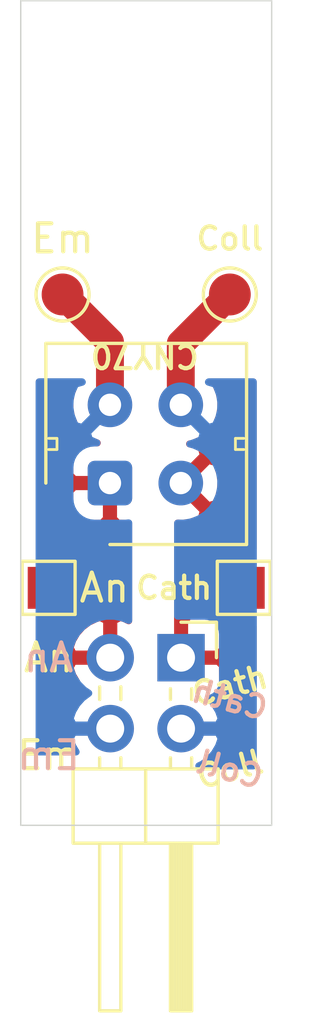
<source format=kicad_pcb>
(kicad_pcb (version 20171130) (host pcbnew "(5.1.7)-1")

  (general
    (thickness 1.6)
    (drawings 16)
    (tracks 4)
    (zones 0)
    (modules 7)
    (nets 5)
  )

  (page A4)
  (layers
    (0 F.Cu signal)
    (31 B.Cu signal)
    (32 B.Adhes user)
    (33 F.Adhes user)
    (34 B.Paste user)
    (35 F.Paste user)
    (36 B.SilkS user)
    (37 F.SilkS user)
    (38 B.Mask user)
    (39 F.Mask user)
    (40 Dwgs.User user)
    (41 Cmts.User user)
    (42 Eco1.User user)
    (43 Eco2.User user)
    (44 Edge.Cuts user)
    (45 Margin user)
    (46 B.CrtYd user)
    (47 F.CrtYd user)
    (48 B.Fab user hide)
    (49 F.Fab user hide)
  )

  (setup
    (last_trace_width 1)
    (user_trace_width 1)
    (trace_clearance 0.2)
    (zone_clearance 0.508)
    (zone_45_only no)
    (trace_min 0.2)
    (via_size 0.8)
    (via_drill 0.4)
    (via_min_size 0.4)
    (via_min_drill 0.3)
    (uvia_size 0.3)
    (uvia_drill 0.1)
    (uvias_allowed no)
    (uvia_min_size 0.2)
    (uvia_min_drill 0.1)
    (edge_width 0.05)
    (segment_width 0.2)
    (pcb_text_width 0.3)
    (pcb_text_size 1.5 1.5)
    (mod_edge_width 0.12)
    (mod_text_size 1 1)
    (mod_text_width 0.15)
    (pad_size 1.524 1.524)
    (pad_drill 0.762)
    (pad_to_mask_clearance 0)
    (aux_axis_origin 0 0)
    (visible_elements 7FFFFFFF)
    (pcbplotparams
      (layerselection 0x010fc_ffffffff)
      (usegerberextensions false)
      (usegerberattributes true)
      (usegerberadvancedattributes true)
      (creategerberjobfile true)
      (excludeedgelayer true)
      (linewidth 0.100000)
      (plotframeref false)
      (viasonmask false)
      (mode 1)
      (useauxorigin false)
      (hpglpennumber 1)
      (hpglpenspeed 20)
      (hpglpendiameter 15.000000)
      (psnegative false)
      (psa4output false)
      (plotreference true)
      (plotvalue true)
      (plotinvisibletext false)
      (padsonsilk false)
      (subtractmaskfromsilk false)
      (outputformat 1)
      (mirror false)
      (drillshape 1)
      (scaleselection 1)
      (outputdirectory ""))
  )

  (net 0 "")
  (net 1 /Emitter)
  (net 2 /Anode)
  (net 3 /Collector)
  (net 4 /Cathode)

  (net_class Default "This is the default net class."
    (clearance 0.2)
    (trace_width 0.25)
    (via_dia 0.8)
    (via_drill 0.4)
    (uvia_dia 0.3)
    (uvia_drill 0.1)
    (add_net /Anode)
    (add_net /Cathode)
    (add_net /Collector)
    (add_net /Emitter)
  )

  (module TestPoint:TestPoint_Pad_1.5x1.5mm (layer F.Cu) (tedit 5FDF8FAF) (tstamp 5FDF8D9C)
    (at 153.5 91.5 270)
    (descr "SMD rectangular pad as test Point, square 1.5mm side length")
    (tags "test point SMD pad rectangle square")
    (path /5F9F308A)
    (attr virtual)
    (fp_text reference Cath1 (at -0.755 -3.429 270) (layer F.SilkS) hide
      (effects (font (size 1 1) (thickness 0.15)))
    )
    (fp_text value TestPoint (at 0 1.75 270) (layer F.Fab)
      (effects (font (size 1 1) (thickness 0.15)))
    )
    (fp_line (start -0.95 -0.95) (end 0.95 -0.95) (layer F.SilkS) (width 0.12))
    (fp_line (start 0.95 -0.95) (end 0.95 0.95) (layer F.SilkS) (width 0.12))
    (fp_line (start 0.95 0.95) (end -0.95 0.95) (layer F.SilkS) (width 0.12))
    (fp_line (start -0.95 0.95) (end -0.95 -0.95) (layer F.SilkS) (width 0.12))
    (fp_text user %R (at 0 -1.65 270) (layer F.Fab)
      (effects (font (size 1 1) (thickness 0.15)))
    )
    (pad 1 smd rect (at 0 0 270) (size 1.5 1.5) (layers F.Cu F.Mask)
      (net 4 /Cathode))
  )

  (module TestPoint:TestPoint_Pad_1.5x1.5mm (layer F.Cu) (tedit 5FDF8F8A) (tstamp 5FDF8D8F)
    (at 146.5 91.5)
    (descr "SMD rectangular pad as test Point, square 1.5mm side length")
    (tags "test point SMD pad rectangle square")
    (path /5F9F39CC)
    (attr virtual)
    (fp_text reference An1 (at -3.683 -0.755) (layer F.SilkS) hide
      (effects (font (size 1 1) (thickness 0.15)))
    )
    (fp_text value TestPoint (at 0 1.75) (layer F.Fab)
      (effects (font (size 1 1) (thickness 0.15)))
    )
    (fp_line (start -0.95 0.95) (end -0.95 -0.95) (layer F.SilkS) (width 0.12))
    (fp_line (start 0.95 0.95) (end -0.95 0.95) (layer F.SilkS) (width 0.12))
    (fp_line (start 0.95 -0.95) (end 0.95 0.95) (layer F.SilkS) (width 0.12))
    (fp_line (start -0.95 -0.95) (end 0.95 -0.95) (layer F.SilkS) (width 0.12))
    (fp_text user %R (at 0 -1.65) (layer F.Fab)
      (effects (font (size 1 1) (thickness 0.15)))
    )
    (pad 1 smd rect (at 0 0) (size 1.5 1.5) (layers F.Cu F.Mask)
      (net 2 /Anode))
  )

  (module OptoDevice:Vishay_CNY70 (layer F.Cu) (tedit 5FDF8E10) (tstamp 5F9E5A3D)
    (at 148.7 87.75 90)
    (descr "package for Vishay CNY70 refective photo coupler/interrupter")
    (tags "Vishay CNY70 refective photo coupler")
    (path /5F9E5915)
    (fp_text reference U1 (at -0.043 -6.455 90) (layer F.SilkS) hide
      (effects (font (size 1 1) (thickness 0.15)))
    )
    (fp_text value CNY70 (at 1.4 5.8 90) (layer F.Fab)
      (effects (font (size 1 1) (thickness 0.15)))
    )
    (fp_line (start 5.15 5.05) (end -2.35 5.05) (layer F.CrtYd) (width 0.05))
    (fp_line (start 5.15 5.05) (end 5.15 -2.45) (layer F.CrtYd) (width 0.05))
    (fp_line (start -2.35 -2.45) (end -2.35 5.05) (layer F.CrtYd) (width 0.05))
    (fp_line (start -2.35 -2.45) (end 5.15 -2.45) (layer F.CrtYd) (width 0.05))
    (fp_line (start -1.1 -2.2) (end 4.9 -2.2) (layer F.Fab) (width 0.1))
    (fp_line (start 4.9 -2.2) (end 4.9 4.8) (layer F.Fab) (width 0.1))
    (fp_line (start 4.9 4.8) (end -2.1 4.8) (layer F.Fab) (width 0.1))
    (fp_line (start -2.1 4.8) (end -2.1 -1.2) (layer F.Fab) (width 0.1))
    (fp_line (start -2.1 -1.2) (end -1.1 -2.2) (layer F.Fab) (width 0.1))
    (fp_line (start 1.2 -2.2) (end 1.2 -1.9) (layer F.SilkS) (width 0.1))
    (fp_line (start 1.2 -1.9) (end 1.6 -1.9) (layer F.SilkS) (width 0.1))
    (fp_line (start 1.6 -1.9) (end 1.6 -2.2) (layer F.SilkS) (width 0.1))
    (fp_line (start 1.6 4.8) (end 1.6 4.5) (layer F.SilkS) (width 0.1))
    (fp_line (start 1.6 4.5) (end 1.2 4.5) (layer F.SilkS) (width 0.1))
    (fp_line (start 1.2 4.5) (end 1.2 4.8) (layer F.SilkS) (width 0.1))
    (fp_line (start 3.9 3.9) (end 3.9 -1.2) (layer F.Fab) (width 0.1))
    (fp_line (start 3.9 -1.2) (end -1.1 -1.2) (layer F.Fab) (width 0.1))
    (fp_line (start -1.1 -1.2) (end -1.1 3.9) (layer F.Fab) (width 0.1))
    (fp_line (start -1.1 3.9) (end 3.9 3.9) (layer F.Fab) (width 0.1))
    (fp_line (start 5 -2.3) (end 0 -2.3) (layer F.SilkS) (width 0.12))
    (fp_line (start -2.2 0) (end -2.2 4.9) (layer F.SilkS) (width 0.12))
    (fp_line (start -2.2 4.9) (end 5 4.9) (layer F.SilkS) (width 0.12))
    (fp_line (start 5 4.9) (end 5 -2.3) (layer F.SilkS) (width 0.12))
    (fp_text user %R (at 1.5 1.4 90) (layer F.Fab)
      (effects (font (size 1 1) (thickness 0.15)))
    )
    (fp_text user CNY70 (at 4.55 1.25 180 unlocked) (layer F.SilkS)
      (effects (font (size 0.8 0.8) (thickness 0.153)))
    )
    (pad 1 thru_hole roundrect (at 0 0 90) (size 1.6 1.6) (drill 0.8) (layers *.Cu *.Mask) (roundrect_rratio 0.156)
      (net 2 /Anode))
    (pad 2 thru_hole circle (at 0 2.54 90) (size 1.6 1.6) (drill 0.8) (layers *.Cu *.Mask)
      (net 4 /Cathode))
    (pad 3 thru_hole circle (at 2.8 2.54 90) (size 1.6 1.6) (drill 0.8) (layers *.Cu *.Mask)
      (net 3 /Collector))
    (pad 4 thru_hole circle (at 2.8 0 90) (size 1.6 1.6) (drill 0.8) (layers *.Cu *.Mask)
      (net 1 /Emitter))
    (model ${KISYS3DMOD}/OptoDevice.3dshapes/Vishay_CNY70.wrl
      (at (xyz 0 0 0))
      (scale (xyz 1 1 1))
      (rotate (xyz 0 0 0))
    )
  )

  (module Pin_Headers:Pin_Header_Angled_2x02_Pitch2.54mm (layer F.Cu) (tedit 59650532) (tstamp 5F9E5F8F)
    (at 151.25 94 270)
    (descr "Through hole angled pin header, 2x02, 2.54mm pitch, 6mm pin length, double rows")
    (tags "Through hole angled pin header THT 2x02 2.54mm double row")
    (path /5F9E9C7E)
    (fp_text reference J1 (at 3.345 -6.21 180) (layer F.SilkS) hide
      (effects (font (size 1 1) (thickness 0.15)))
    )
    (fp_text value Conn_02x02_Odd_Even (at 5.655 4.81 90) (layer F.Fab)
      (effects (font (size 1 1) (thickness 0.15)))
    )
    (fp_line (start 13.1 -1.8) (end -1.8 -1.8) (layer F.CrtYd) (width 0.05))
    (fp_line (start 13.1 4.35) (end 13.1 -1.8) (layer F.CrtYd) (width 0.05))
    (fp_line (start -1.8 4.35) (end 13.1 4.35) (layer F.CrtYd) (width 0.05))
    (fp_line (start -1.8 -1.8) (end -1.8 4.35) (layer F.CrtYd) (width 0.05))
    (fp_line (start -1.27 -1.27) (end 0 -1.27) (layer F.SilkS) (width 0.12))
    (fp_line (start -1.27 0) (end -1.27 -1.27) (layer F.SilkS) (width 0.12))
    (fp_line (start 1.042929 2.92) (end 1.497071 2.92) (layer F.SilkS) (width 0.12))
    (fp_line (start 1.042929 2.16) (end 1.497071 2.16) (layer F.SilkS) (width 0.12))
    (fp_line (start 3.582929 2.92) (end 3.98 2.92) (layer F.SilkS) (width 0.12))
    (fp_line (start 3.582929 2.16) (end 3.98 2.16) (layer F.SilkS) (width 0.12))
    (fp_line (start 12.64 2.92) (end 6.64 2.92) (layer F.SilkS) (width 0.12))
    (fp_line (start 12.64 2.16) (end 12.64 2.92) (layer F.SilkS) (width 0.12))
    (fp_line (start 6.64 2.16) (end 12.64 2.16) (layer F.SilkS) (width 0.12))
    (fp_line (start 3.98 1.27) (end 6.64 1.27) (layer F.SilkS) (width 0.12))
    (fp_line (start 1.11 0.38) (end 1.497071 0.38) (layer F.SilkS) (width 0.12))
    (fp_line (start 1.11 -0.38) (end 1.497071 -0.38) (layer F.SilkS) (width 0.12))
    (fp_line (start 3.582929 0.38) (end 3.98 0.38) (layer F.SilkS) (width 0.12))
    (fp_line (start 3.582929 -0.38) (end 3.98 -0.38) (layer F.SilkS) (width 0.12))
    (fp_line (start 6.64 0.28) (end 12.64 0.28) (layer F.SilkS) (width 0.12))
    (fp_line (start 6.64 0.16) (end 12.64 0.16) (layer F.SilkS) (width 0.12))
    (fp_line (start 6.64 0.04) (end 12.64 0.04) (layer F.SilkS) (width 0.12))
    (fp_line (start 6.64 -0.08) (end 12.64 -0.08) (layer F.SilkS) (width 0.12))
    (fp_line (start 6.64 -0.2) (end 12.64 -0.2) (layer F.SilkS) (width 0.12))
    (fp_line (start 6.64 -0.32) (end 12.64 -0.32) (layer F.SilkS) (width 0.12))
    (fp_line (start 12.64 0.38) (end 6.64 0.38) (layer F.SilkS) (width 0.12))
    (fp_line (start 12.64 -0.38) (end 12.64 0.38) (layer F.SilkS) (width 0.12))
    (fp_line (start 6.64 -0.38) (end 12.64 -0.38) (layer F.SilkS) (width 0.12))
    (fp_line (start 6.64 -1.33) (end 3.98 -1.33) (layer F.SilkS) (width 0.12))
    (fp_line (start 6.64 3.87) (end 6.64 -1.33) (layer F.SilkS) (width 0.12))
    (fp_line (start 3.98 3.87) (end 6.64 3.87) (layer F.SilkS) (width 0.12))
    (fp_line (start 3.98 -1.33) (end 3.98 3.87) (layer F.SilkS) (width 0.12))
    (fp_line (start 6.58 2.86) (end 12.58 2.86) (layer F.Fab) (width 0.1))
    (fp_line (start 12.58 2.22) (end 12.58 2.86) (layer F.Fab) (width 0.1))
    (fp_line (start 6.58 2.22) (end 12.58 2.22) (layer F.Fab) (width 0.1))
    (fp_line (start -0.32 2.86) (end 4.04 2.86) (layer F.Fab) (width 0.1))
    (fp_line (start -0.32 2.22) (end -0.32 2.86) (layer F.Fab) (width 0.1))
    (fp_line (start -0.32 2.22) (end 4.04 2.22) (layer F.Fab) (width 0.1))
    (fp_line (start 6.58 0.32) (end 12.58 0.32) (layer F.Fab) (width 0.1))
    (fp_line (start 12.58 -0.32) (end 12.58 0.32) (layer F.Fab) (width 0.1))
    (fp_line (start 6.58 -0.32) (end 12.58 -0.32) (layer F.Fab) (width 0.1))
    (fp_line (start -0.32 0.32) (end 4.04 0.32) (layer F.Fab) (width 0.1))
    (fp_line (start -0.32 -0.32) (end -0.32 0.32) (layer F.Fab) (width 0.1))
    (fp_line (start -0.32 -0.32) (end 4.04 -0.32) (layer F.Fab) (width 0.1))
    (fp_line (start 4.04 -0.635) (end 4.675 -1.27) (layer F.Fab) (width 0.1))
    (fp_line (start 4.04 3.81) (end 4.04 -0.635) (layer F.Fab) (width 0.1))
    (fp_line (start 6.58 3.81) (end 4.04 3.81) (layer F.Fab) (width 0.1))
    (fp_line (start 6.58 -1.27) (end 6.58 3.81) (layer F.Fab) (width 0.1))
    (fp_line (start 4.675 -1.27) (end 6.58 -1.27) (layer F.Fab) (width 0.1))
    (fp_text user %R (at 5.31 1.27) (layer F.Fab)
      (effects (font (size 1 1) (thickness 0.15)))
    )
    (pad 4 thru_hole oval (at 2.54 2.54 270) (size 1.7 1.7) (drill 1) (layers *.Cu *.Mask)
      (net 1 /Emitter))
    (pad 3 thru_hole oval (at 0 2.54 270) (size 1.7 1.7) (drill 1) (layers *.Cu *.Mask)
      (net 2 /Anode))
    (pad 2 thru_hole oval (at 2.54 0 270) (size 1.7 1.7) (drill 1) (layers *.Cu *.Mask)
      (net 3 /Collector))
    (pad 1 thru_hole rect (at 0 0 270) (size 1.7 1.7) (drill 1) (layers *.Cu *.Mask)
      (net 4 /Cathode))
    (model ${KISYS3DMOD}/Pin_Headers.3dshapes/Pin_Header_Angled_2x02_Pitch2.54mm.wrl
      (at (xyz 0 0 0))
      (scale (xyz 1 1 1))
      (rotate (xyz 0 0 0))
    )
    (model ${KISYS3DMOD}/Connector_PinHeader_2.54mm.3dshapes/PinHeader_2x02_P2.54mm_Horizontal.step
      (at (xyz 0 0 0))
      (scale (xyz 1 1 1))
      (rotate (xyz 0 0 0))
    )
  )

  (module Mounting_Holes:MountingHole_3.2mm_M3 locked (layer F.Cu) (tedit 56D1B4CB) (tstamp 5F9E60DC)
    (at 150 75)
    (descr "Mounting Hole 3.2mm, no annular, M3")
    (tags "mounting hole 3.2mm no annular m3")
    (path /5F9ED769)
    (attr virtual)
    (fp_text reference H1 (at 6.85 0.805) (layer F.SilkS) hide
      (effects (font (size 1 1) (thickness 0.15)))
    )
    (fp_text value MountingHole (at 0 4.2) (layer F.Fab)
      (effects (font (size 1 1) (thickness 0.15)))
    )
    (fp_circle (center 0 0) (end 3.45 0) (layer F.CrtYd) (width 0.05))
    (fp_circle (center 0 0) (end 3.2 0) (layer Cmts.User) (width 0.15))
    (fp_text user %R (at 0.3 0) (layer F.Fab)
      (effects (font (size 1 1) (thickness 0.15)))
    )
    (pad 1 np_thru_hole circle (at 0 0) (size 3.2 3.2) (drill 3.2) (layers *.Cu *.Mask))
  )

  (module TestPoint:TestPoint_Pad_D1.5mm (layer F.Cu) (tedit 5A0F774F) (tstamp 5FDF9484)
    (at 153 81)
    (descr "SMD pad as test Point, diameter 1.5mm")
    (tags "test point SMD pad")
    (path /5F9F141D)
    (attr virtual)
    (fp_text reference Coll1 (at 5.842 -0.762) (layer F.SilkS) hide
      (effects (font (size 1 1) (thickness 0.15)))
    )
    (fp_text value TestPoint (at 0 1.75) (layer F.Fab)
      (effects (font (size 1 1) (thickness 0.15)))
    )
    (fp_circle (center 0 0) (end 1.25 0) (layer F.CrtYd) (width 0.05))
    (fp_circle (center 0 0) (end 0 0.95) (layer F.SilkS) (width 0.12))
    (fp_text user %R (at 0 -1.65) (layer F.Fab)
      (effects (font (size 1 1) (thickness 0.15)))
    )
    (pad 1 smd circle (at 0 0) (size 1.5 1.5) (layers F.Cu F.Mask)
      (net 3 /Collector))
  )

  (module TestPoint:TestPoint_Pad_D1.5mm (layer F.Cu) (tedit 5A0F774F) (tstamp 5FDF948B)
    (at 147 81)
    (descr "SMD pad as test Point, diameter 1.5mm")
    (tags "test point SMD pad")
    (path /5F9F22A3)
    (attr virtual)
    (fp_text reference Emit1 (at -3.683 -1.524) (layer F.SilkS) hide
      (effects (font (size 1 1) (thickness 0.15)))
    )
    (fp_text value TestPoint (at 0 1.75) (layer F.Fab)
      (effects (font (size 1 1) (thickness 0.15)))
    )
    (fp_circle (center 0 0) (end 0 0.95) (layer F.SilkS) (width 0.12))
    (fp_circle (center 0 0) (end 1.25 0) (layer F.CrtYd) (width 0.05))
    (fp_text user %R (at 0 -1.65) (layer F.Fab)
      (effects (font (size 1 1) (thickness 0.15)))
    )
    (pad 1 smd circle (at 0 0) (size 1.5 1.5) (layers F.Cu F.Mask)
      (net 1 /Emitter))
  )

  (gr_line (start 145.5 100) (end 154.5 100) (layer Edge.Cuts) (width 0.05))
  (gr_text Coll (at 153 79) (layer F.SilkS) (tstamp 5FDF937F)
    (effects (font (size 0.8 0.8) (thickness 0.153)))
  )
  (gr_text Cath (at 151 91.5) (layer F.SilkS) (tstamp 5FDF937A)
    (effects (font (size 0.8 0.8) (thickness 0.153)))
  )
  (gr_text Em (at 147 79) (layer F.SilkS) (tstamp 5FDF9374)
    (effects (font (size 1 1) (thickness 0.15)))
  )
  (gr_text An (at 148.5 91.5) (layer F.SilkS) (tstamp 5FDF9371)
    (effects (font (size 1 1) (thickness 0.15)))
  )
  (gr_text Cath (at 153 95.5 345) (layer B.SilkS) (tstamp 5FDF9369)
    (effects (font (size 0.8 0.8) (thickness 0.153)) (justify mirror))
  )
  (gr_text Coll (at 153 98 345) (layer B.SilkS) (tstamp 5FDF9362)
    (effects (font (size 0.8 0.8) (thickness 0.153)) (justify mirror))
  )
  (gr_text Em (at 146.5 97.5) (layer B.SilkS) (tstamp 5FDF9359)
    (effects (font (size 1 1) (thickness 0.15)) (justify mirror))
  )
  (gr_text An (at 146.5 94) (layer F.SilkS) (tstamp 5FDF9352)
    (effects (font (size 1 1) (thickness 0.15)))
  )
  (gr_text Coll (at 153 98 15) (layer F.SilkS) (tstamp 5FDF934D)
    (effects (font (size 0.8 0.8) (thickness 0.153)))
  )
  (gr_text Cath (at 153 95 15) (layer F.SilkS)
    (effects (font (size 0.8 0.8) (thickness 0.153)))
  )
  (gr_text Em (at 146.5 97.5) (layer F.SilkS)
    (effects (font (size 1 1) (thickness 0.15)))
  )
  (gr_text An (at 146.5 94) (layer B.SilkS)
    (effects (font (size 1 1) (thickness 0.15)) (justify mirror))
  )
  (gr_line (start 145.5 100) (end 145.5 70.485) (layer Edge.Cuts) (width 0.05) (tstamp 5F9E63FC))
  (gr_line (start 154.5 70.485) (end 154.5 100) (layer Edge.Cuts) (width 0.05))
  (gr_line (start 145.5 70.485) (end 154.5 70.485) (layer Edge.Cuts) (width 0.05))

  (segment (start 148.7 82.7) (end 147 81) (width 1) (layer F.Cu) (net 1))
  (segment (start 148.7 84.95) (end 148.7 82.7) (width 1) (layer F.Cu) (net 1))
  (segment (start 151.24 82.76) (end 153 81) (width 1) (layer F.Cu) (net 3))
  (segment (start 151.24 84.95) (end 151.24 82.76) (width 1) (layer F.Cu) (net 3))

  (zone (net 4) (net_name /Cathode) (layer F.Cu) (tstamp 0) (hatch edge 0.508)
    (connect_pads (clearance 0.508))
    (min_thickness 0.254)
    (fill yes (arc_segments 32) (thermal_gap 0.508) (thermal_bridge_width 0.508))
    (polygon
      (pts
        (xy 154.5 95) (xy 151 95) (xy 151 84) (xy 154.5 84)
      )
    )
    (filled_polygon
      (pts
        (xy 153.840001 90.114641) (xy 153.78575 90.115) (xy 153.627 90.27375) (xy 153.627 91.373) (xy 153.647 91.373)
        (xy 153.647 91.627) (xy 153.627 91.627) (xy 153.627 92.72625) (xy 153.78575 92.885) (xy 153.840001 92.885359)
        (xy 153.840001 94.873) (xy 152.735807 94.873) (xy 152.738072 94.85) (xy 152.735 94.28575) (xy 152.57625 94.127)
        (xy 151.377 94.127) (xy 151.377 94.147) (xy 151.127 94.147) (xy 151.127 92.67375) (xy 151.377 92.67375)
        (xy 151.377 93.873) (xy 152.57625 93.873) (xy 152.735 93.71425) (xy 152.738072 93.15) (xy 152.725812 93.025518)
        (xy 152.689502 92.90582) (xy 152.676126 92.880796) (xy 152.75 92.888072) (xy 153.21425 92.885) (xy 153.373 92.72625)
        (xy 153.373 91.627) (xy 152.27375 91.627) (xy 152.115 91.78575) (xy 152.111928 92.25) (xy 152.124188 92.374482)
        (xy 152.160498 92.49418) (xy 152.173874 92.519204) (xy 152.1 92.511928) (xy 151.53575 92.515) (xy 151.377 92.67375)
        (xy 151.127 92.67375) (xy 151.127 90.75) (xy 152.111928 90.75) (xy 152.115 91.21425) (xy 152.27375 91.373)
        (xy 153.373 91.373) (xy 153.373 90.27375) (xy 153.21425 90.115) (xy 152.75 90.111928) (xy 152.625518 90.124188)
        (xy 152.50582 90.160498) (xy 152.395506 90.219463) (xy 152.298815 90.298815) (xy 152.219463 90.395506) (xy 152.160498 90.50582)
        (xy 152.124188 90.625518) (xy 152.111928 90.75) (xy 151.127 90.75) (xy 151.127 89.181171) (xy 151.310512 89.190217)
        (xy 151.59013 89.148787) (xy 151.856292 89.053603) (xy 151.981514 88.986671) (xy 152.053097 88.742702) (xy 151.24 87.929605)
        (xy 151.225858 87.943748) (xy 151.127 87.84489) (xy 151.127 87.75) (xy 151.419605 87.75) (xy 152.232702 88.563097)
        (xy 152.476671 88.491514) (xy 152.597571 88.236004) (xy 152.6663 87.961816) (xy 152.680217 87.679488) (xy 152.638787 87.39987)
        (xy 152.543603 87.133708) (xy 152.476671 87.008486) (xy 152.232702 86.936903) (xy 151.419605 87.75) (xy 151.127 87.75)
        (xy 151.127 87.65511) (xy 151.225858 87.556253) (xy 151.24 87.570395) (xy 152.053097 86.757298) (xy 151.981514 86.513329)
        (xy 151.726004 86.392429) (xy 151.556982 86.350061) (xy 151.658574 86.329853) (xy 151.919727 86.22168) (xy 152.154759 86.064637)
        (xy 152.354637 85.864759) (xy 152.51168 85.629727) (xy 152.619853 85.368574) (xy 152.675 85.091335) (xy 152.675 84.808665)
        (xy 152.619853 84.531426) (xy 152.51168 84.270273) (xy 152.415948 84.127) (xy 153.840001 84.127)
      )
    )
  )
  (zone (net 2) (net_name /Anode) (layer F.Cu) (tstamp 0) (hatch edge 0.508)
    (connect_pads (clearance 0.508))
    (min_thickness 0.254)
    (fill yes (arc_segments 32) (thermal_gap 0.508) (thermal_bridge_width 0.508))
    (polygon
      (pts
        (xy 149.5 95) (xy 145.5 95) (xy 145.5 84) (xy 149.5 84)
      )
    )
    (filled_polygon
      (pts
        (xy 147.42832 84.270273) (xy 147.320147 84.531426) (xy 147.265 84.808665) (xy 147.265 85.091335) (xy 147.320147 85.368574)
        (xy 147.42832 85.629727) (xy 147.585363 85.864759) (xy 147.785241 86.064637) (xy 148.020273 86.22168) (xy 148.243099 86.313978)
        (xy 147.9 86.311928) (xy 147.775518 86.324188) (xy 147.65582 86.360498) (xy 147.545506 86.419463) (xy 147.448815 86.498815)
        (xy 147.369463 86.595506) (xy 147.310498 86.70582) (xy 147.274188 86.825518) (xy 147.261928 86.95) (xy 147.265 87.46425)
        (xy 147.42375 87.623) (xy 148.573 87.623) (xy 148.573 87.603) (xy 148.827 87.603) (xy 148.827 87.623)
        (xy 148.847 87.623) (xy 148.847 87.877) (xy 148.827 87.877) (xy 148.827 89.02625) (xy 148.98575 89.185)
        (xy 149.373 89.187313) (xy 149.373 92.678861) (xy 149.214099 92.603175) (xy 149.06689 92.558524) (xy 148.837 92.679845)
        (xy 148.837 93.873) (xy 148.857 93.873) (xy 148.857 94.127) (xy 148.837 94.127) (xy 148.837 94.147)
        (xy 148.583 94.147) (xy 148.583 94.127) (xy 147.389186 94.127) (xy 147.268519 94.356891) (xy 147.365843 94.631252)
        (xy 147.509845 94.873) (xy 146.16 94.873) (xy 146.16 93.643109) (xy 147.268519 93.643109) (xy 147.389186 93.873)
        (xy 148.583 93.873) (xy 148.583 92.679845) (xy 148.35311 92.558524) (xy 148.205901 92.603175) (xy 147.94308 92.728359)
        (xy 147.709731 92.902412) (xy 147.514822 93.118645) (xy 147.365843 93.368748) (xy 147.268519 93.643109) (xy 146.16 93.643109)
        (xy 146.16 92.885359) (xy 146.21425 92.885) (xy 146.373 92.72625) (xy 146.373 91.627) (xy 146.627 91.627)
        (xy 146.627 92.72625) (xy 146.78575 92.885) (xy 147.25 92.888072) (xy 147.374482 92.875812) (xy 147.49418 92.839502)
        (xy 147.604494 92.780537) (xy 147.701185 92.701185) (xy 147.780537 92.604494) (xy 147.839502 92.49418) (xy 147.875812 92.374482)
        (xy 147.888072 92.25) (xy 147.885 91.78575) (xy 147.72625 91.627) (xy 146.627 91.627) (xy 146.373 91.627)
        (xy 146.353 91.627) (xy 146.353 91.373) (xy 146.373 91.373) (xy 146.373 90.27375) (xy 146.627 90.27375)
        (xy 146.627 91.373) (xy 147.72625 91.373) (xy 147.885 91.21425) (xy 147.888072 90.75) (xy 147.875812 90.625518)
        (xy 147.839502 90.50582) (xy 147.780537 90.395506) (xy 147.701185 90.298815) (xy 147.604494 90.219463) (xy 147.49418 90.160498)
        (xy 147.374482 90.124188) (xy 147.25 90.111928) (xy 146.78575 90.115) (xy 146.627 90.27375) (xy 146.373 90.27375)
        (xy 146.21425 90.115) (xy 146.16 90.114641) (xy 146.16 88.55) (xy 147.261928 88.55) (xy 147.274188 88.674482)
        (xy 147.310498 88.79418) (xy 147.369463 88.904494) (xy 147.448815 89.001185) (xy 147.545506 89.080537) (xy 147.65582 89.139502)
        (xy 147.775518 89.175812) (xy 147.9 89.188072) (xy 148.41425 89.185) (xy 148.573 89.02625) (xy 148.573 87.877)
        (xy 147.42375 87.877) (xy 147.265 88.03575) (xy 147.261928 88.55) (xy 146.16 88.55) (xy 146.16 84.127)
        (xy 147.524052 84.127)
      )
    )
  )
  (zone (net 3) (net_name /Collector) (layer B.Cu) (tstamp 0) (hatch edge 0.508)
    (connect_pads (clearance 0.508))
    (min_thickness 0.254)
    (fill yes (arc_segments 32) (thermal_gap 0.508) (thermal_bridge_width 0.508))
    (polygon
      (pts
        (xy 154.5 98) (xy 151 98) (xy 151 84) (xy 154.5 84)
      )
    )
    (filled_polygon
      (pts
        (xy 153.840001 97.873) (xy 151.888098 97.873) (xy 152.01692 97.811641) (xy 152.250269 97.637588) (xy 152.445178 97.421355)
        (xy 152.594157 97.171252) (xy 152.691481 96.896891) (xy 152.570814 96.667) (xy 151.377 96.667) (xy 151.377 96.687)
        (xy 151.127 96.687) (xy 151.127 96.393) (xy 151.377 96.393) (xy 151.377 96.413) (xy 152.570814 96.413)
        (xy 152.691481 96.183109) (xy 152.594157 95.908748) (xy 152.445178 95.658645) (xy 152.268374 95.462498) (xy 152.34418 95.439502)
        (xy 152.454494 95.380537) (xy 152.551185 95.301185) (xy 152.630537 95.204494) (xy 152.689502 95.09418) (xy 152.725812 94.974482)
        (xy 152.738072 94.85) (xy 152.738072 93.15) (xy 152.725812 93.025518) (xy 152.689502 92.90582) (xy 152.630537 92.795506)
        (xy 152.551185 92.698815) (xy 152.454494 92.619463) (xy 152.34418 92.560498) (xy 152.224482 92.524188) (xy 152.1 92.511928)
        (xy 151.127 92.511928) (xy 151.127 89.185) (xy 151.381335 89.185) (xy 151.658574 89.129853) (xy 151.919727 89.02168)
        (xy 152.154759 88.864637) (xy 152.354637 88.664759) (xy 152.51168 88.429727) (xy 152.619853 88.168574) (xy 152.675 87.891335)
        (xy 152.675 87.608665) (xy 152.619853 87.331426) (xy 152.51168 87.070273) (xy 152.354637 86.835241) (xy 152.154759 86.635363)
        (xy 151.919727 86.47832) (xy 151.658574 86.370147) (xy 151.567814 86.352093) (xy 151.59013 86.348787) (xy 151.856292 86.253603)
        (xy 151.981514 86.186671) (xy 152.053097 85.942702) (xy 151.24 85.129605) (xy 151.225858 85.143748) (xy 151.127 85.04489)
        (xy 151.127 84.85511) (xy 151.225858 84.756253) (xy 151.24 84.770395) (xy 151.254143 84.756253) (xy 151.433748 84.935858)
        (xy 151.419605 84.95) (xy 152.232702 85.763097) (xy 152.476671 85.691514) (xy 152.597571 85.436004) (xy 152.6663 85.161816)
        (xy 152.680217 84.879488) (xy 152.638787 84.59987) (xy 152.543603 84.333708) (xy 152.476671 84.208486) (xy 152.232704 84.136903)
        (xy 152.242607 84.127) (xy 153.84 84.127)
      )
    )
  )
  (zone (net 1) (net_name /Emitter) (layer B.Cu) (tstamp 0) (hatch edge 0.508)
    (connect_pads (clearance 0.508))
    (min_thickness 0.254)
    (fill yes (arc_segments 32) (thermal_gap 0.508) (thermal_bridge_width 0.508))
    (polygon
      (pts
        (xy 149.5 84) (xy 149.5 97.5) (xy 145.5 97.5) (xy 145.5 84)
      )
    )
    (filled_polygon
      (pts
        (xy 147.707296 84.136903) (xy 147.463329 84.208486) (xy 147.342429 84.463996) (xy 147.2737 84.738184) (xy 147.259783 85.020512)
        (xy 147.301213 85.30013) (xy 147.396397 85.566292) (xy 147.463329 85.691514) (xy 147.707298 85.763097) (xy 148.520395 84.95)
        (xy 148.506253 84.935858) (xy 148.685858 84.756253) (xy 148.7 84.770395) (xy 148.714143 84.756253) (xy 148.893748 84.935858)
        (xy 148.879605 84.95) (xy 148.893748 84.964143) (xy 148.714143 85.143748) (xy 148.7 85.129605) (xy 147.886903 85.942702)
        (xy 147.958486 86.186671) (xy 148.213996 86.307571) (xy 148.231378 86.311928) (xy 148.1496 86.311928) (xy 147.976424 86.328984)
        (xy 147.809903 86.379498) (xy 147.656436 86.461528) (xy 147.521921 86.571921) (xy 147.411528 86.706436) (xy 147.329498 86.859903)
        (xy 147.278984 87.026424) (xy 147.261928 87.1996) (xy 147.261928 88.3004) (xy 147.278984 88.473576) (xy 147.329498 88.640097)
        (xy 147.411528 88.793564) (xy 147.521921 88.928079) (xy 147.656436 89.038472) (xy 147.809903 89.120502) (xy 147.976424 89.171016)
        (xy 148.1496 89.188072) (xy 149.2504 89.188072) (xy 149.373 89.175997) (xy 149.373 92.667271) (xy 149.143158 92.572068)
        (xy 148.85626 92.515) (xy 148.56374 92.515) (xy 148.276842 92.572068) (xy 148.006589 92.68401) (xy 147.763368 92.846525)
        (xy 147.556525 93.053368) (xy 147.39401 93.296589) (xy 147.282068 93.566842) (xy 147.225 93.85374) (xy 147.225 94.14626)
        (xy 147.282068 94.433158) (xy 147.39401 94.703411) (xy 147.556525 94.946632) (xy 147.763368 95.153475) (xy 147.939406 95.2711)
        (xy 147.709731 95.442412) (xy 147.514822 95.658645) (xy 147.365843 95.908748) (xy 147.268519 96.183109) (xy 147.389186 96.413)
        (xy 148.583 96.413) (xy 148.583 96.393) (xy 148.837 96.393) (xy 148.837 96.413) (xy 148.857 96.413)
        (xy 148.857 96.667) (xy 148.837 96.667) (xy 148.837 96.687) (xy 148.583 96.687) (xy 148.583 96.667)
        (xy 147.389186 96.667) (xy 147.268519 96.896891) (xy 147.365843 97.171252) (xy 147.486018 97.373) (xy 146.16 97.373)
        (xy 146.16 84.127) (xy 147.697393 84.127)
      )
    )
  )
)

</source>
